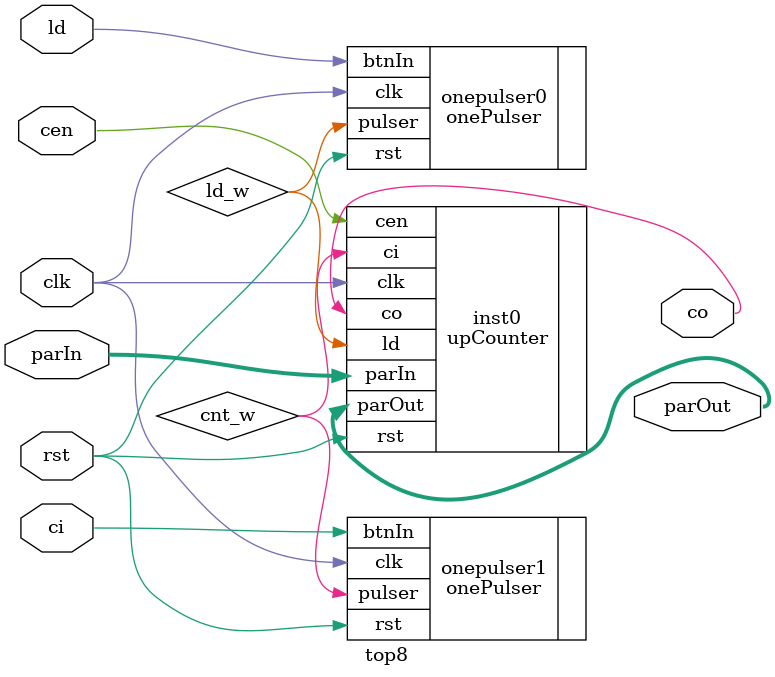
<source format=sv>
`timescale 1ns / 1ps


module top8(
    input clk,
    input rst,
    input [7:0]parIn,
    input ci,
    input ld,
    input cen,
    output reg [7:0] parOut,
    output reg co
    );


    wire ld_w;
    wire cnt_w;


onePulser onepulser0(
	.clk(clk),
	.rst(rst),
	.btnIn(ld),
	.pulser(ld_w)//
	);
	
	onePulser onepulser1(
	.clk(clk),
	.rst(rst),
	.btnIn(ci),
	.pulser(cnt_w)//
	);
	
	upCounter inst0(
		.parIn(parIn),
		.clk(clk),
		.rst(rst),
		.ci(cnt_w),
		.ld(ld_w),
		.cen(cen),
		.parOut(parOut),
		.co(co)
		);
		

endmodule   

</source>
